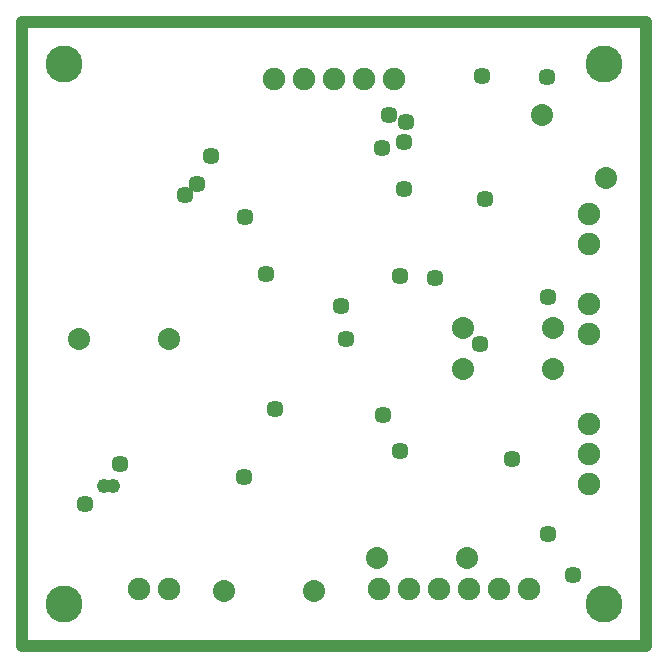
<source format=gbr>
G04 Layer_Physical_Order=3*
G04 Layer_Color=128*
%FSLAX26Y26*%
%MOIN*%
%TF.FileFunction,Copper,L3,Inr,Plane*%
%TF.Part,Single*%
G01*
G75*
%TA.AperFunction,NonConductor*%
%ADD32C,0.040000*%
%TA.AperFunction,ComponentPad*%
%ADD33C,0.073465*%
%ADD34C,0.075433*%
%TA.AperFunction,ViaPad*%
%ADD35C,0.123000*%
%ADD36C,0.057000*%
%ADD37C,0.047874*%
D32*
X960000Y960000D02*
X3040000D01*
X3040000Y3040000D01*
X960000Y3040000D01*
X960000Y960000D01*
D33*
X1635000Y1145000D02*
D03*
X1935000D02*
D03*
X2145000Y1255000D02*
D03*
X2445000D02*
D03*
X2730000Y1885000D02*
D03*
Y2020000D02*
D03*
X2430000D02*
D03*
Y1885000D02*
D03*
X2906066Y2518934D02*
D03*
X2693934Y2731066D02*
D03*
X1450000Y1985000D02*
D03*
X1150000D02*
D03*
D34*
X1350000Y1150000D02*
D03*
X1450000D02*
D03*
X2150000D02*
D03*
X2250000D02*
D03*
X2350000D02*
D03*
X2450000D02*
D03*
X2550000D02*
D03*
X2650000D02*
D03*
X2850000Y1500000D02*
D03*
Y1600000D02*
D03*
Y1700000D02*
D03*
Y2000000D02*
D03*
Y2100000D02*
D03*
Y2300000D02*
D03*
Y2400000D02*
D03*
X2200000Y2850000D02*
D03*
X2100000D02*
D03*
X2000000D02*
D03*
X1900000D02*
D03*
X1800000D02*
D03*
D35*
X1100000Y1100000D02*
D03*
X2900000D02*
D03*
Y2900000D02*
D03*
X1100000D02*
D03*
D36*
X1169000Y1432000D02*
D03*
X1287000Y1567000D02*
D03*
X1700000Y1525000D02*
D03*
X1805000Y1750000D02*
D03*
X2041302Y1984000D02*
D03*
X2025000Y2095000D02*
D03*
X2220000Y2195000D02*
D03*
X2336000Y2187000D02*
D03*
X2486000Y1966000D02*
D03*
X2220000Y1610000D02*
D03*
X2165000Y1730000D02*
D03*
X2595000Y1585000D02*
D03*
X2712622Y1335000D02*
D03*
X2798000Y1198000D02*
D03*
X2715000Y2125000D02*
D03*
X2505000Y2450000D02*
D03*
X2241000Y2707000D02*
D03*
X2235000Y2640000D02*
D03*
X2185000Y2730000D02*
D03*
X2160000Y2620000D02*
D03*
X2235000Y2485000D02*
D03*
X2495000Y2860000D02*
D03*
X2711000Y2857000D02*
D03*
X1705000Y2390000D02*
D03*
X1775000Y2200000D02*
D03*
X1542000Y2499000D02*
D03*
X1505000Y2465000D02*
D03*
X1589000Y2592000D02*
D03*
D37*
X1233252Y1494000D02*
D03*
X1264748D02*
D03*
%TF.MD5,ab6b866fd1f7df056a0aa6b82b179379*%
M02*

</source>
